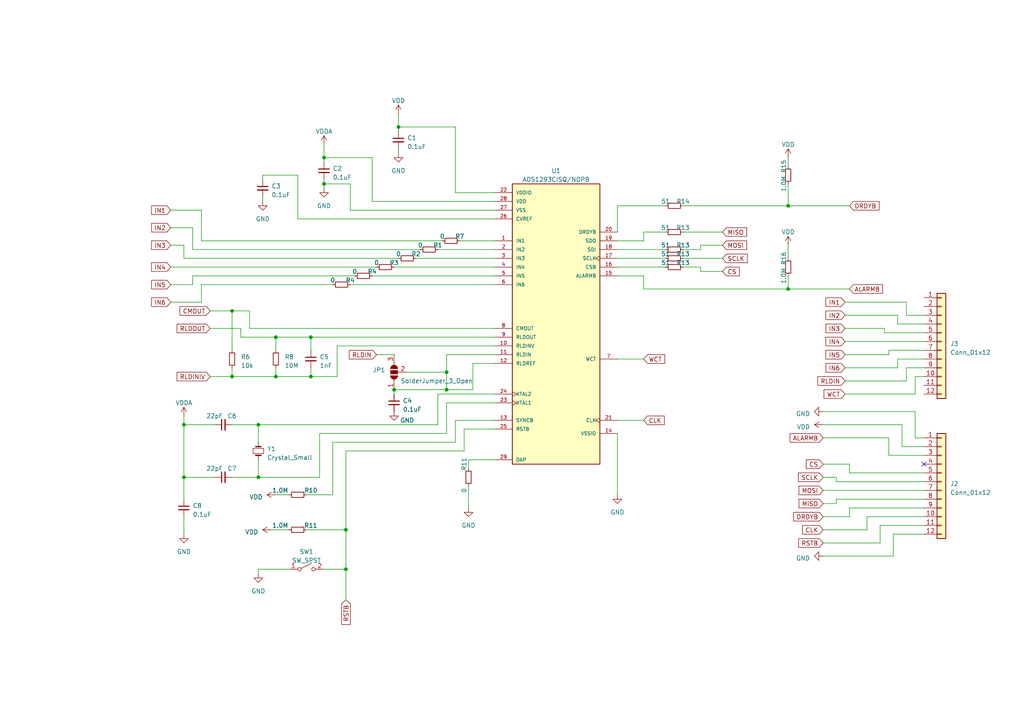
<source format=kicad_sch>
(kicad_sch (version 20230121) (generator eeschema)
  (paper "A4")
  (lib_symbols
    (symbol "ADS1293CISQ_NOPB:ADS1293CISQ{slash}NOPB" (pin_names (offset 1.016))
      (property "Reference" "U" (at -12.7 41.91 0))
      (property "Value" "ADS1293CISQ{slash}NOPB" (at -12.7 -41.91 0))
      (symbol "ADS1293CISQ{slash}NOPB_0_0"
        (rectangle (start -12.7 40.64) (end 12.7 -40.64) (stroke (width 0.254)) (fill (type background)))
        (pin input line (at -17.78 24.13 0) (length 5.08) (name "IN1") (number "1"))
        (pin input line (at -17.78 -6.35 0) (length 5.08) (name "RLDINV") (number "10"))
        (pin bidirectional line (at -17.78 -8.89 0) (length 5.08) (name "RLDIN") (number "11"))
        (pin output line (at -17.78 -11.43 0) (length 5.08) (name "RLDREF") (number "12"))
        (pin bidirectional line (at -17.78 -27.94 0) (length 5.08) (name "SYNCB") (number "13"))
        (pin power_in line (at 17.78 -31.75 180) (length 5.08) (name "VSSIO") (number "14"))
        (pin output line (at 17.78 13.97 180) (length 5.08) (name "ALARMB") (number "15"))
        (pin input line (at 17.78 16.51 180) (length 5.08) (name "CSB") (number "16"))
        (pin input clock (at 17.78 19.05 180) (length 5.08) (name "SCLK") (number "17"))
        (pin input line (at 17.78 21.59 180) (length 5.08) (name "SDI") (number "18"))
        (pin output line (at 17.78 24.13 180) (length 5.08) (name "SDO") (number "19"))
        (pin input line (at -17.78 21.59 0) (length 5.08) (name "IN2") (number "2"))
        (pin output line (at 17.78 26.67 180) (length 5.08) (name "DRDYB") (number "20"))
        (pin bidirectional clock (at 17.78 -27.94 180) (length 5.08) (name "CLK") (number "21"))
        (pin power_in line (at -17.78 38.1 0) (length 5.08) (name "VDDIO") (number "22"))
        (pin input clock (at -17.78 -22.86 0) (length 5.08) (name "XTAL1") (number "23"))
        (pin input clock (at -17.78 -20.32 0) (length 5.08) (name "XTAL2") (number "24"))
        (pin input line (at -17.78 -30.48 0) (length 5.08) (name "RSTB") (number "25"))
        (pin bidirectional line (at -17.78 30.48 0) (length 5.08) (name "CVREF") (number "26"))
        (pin power_in line (at -17.78 33.02 0) (length 5.08) (name "VSS") (number "27"))
        (pin power_in line (at -17.78 35.56 0) (length 5.08) (name "VDD") (number "28"))
        (pin input line (at -17.78 19.05 0) (length 5.08) (name "IN3") (number "3"))
        (pin input line (at -17.78 16.51 0) (length 5.08) (name "IN4") (number "4"))
        (pin input line (at -17.78 13.97 0) (length 5.08) (name "IN5") (number "5"))
        (pin input line (at -17.78 11.43 0) (length 5.08) (name "IN6") (number "6"))
        (pin output line (at 17.78 -10.16 180) (length 5.08) (name "WCT") (number "7"))
        (pin output line (at -17.78 -1.27 0) (length 5.08) (name "CMOUT") (number "8"))
        (pin output line (at -17.78 -3.81 0) (length 5.08) (name "RLDOUT") (number "9"))
      )
      (symbol "ADS1293CISQ{slash}NOPB_1_0"
        (pin power_in line (at -17.78 -39.37 0) (length 5.08) (name "DAP") (number "29"))
      )
    )
    (symbol "Connector_Generic:Conn_01x12" (pin_names (offset 1.016) hide)
      (property "Reference" "J" (at 0 15.24 0))
      (property "Value" "Conn_01x12" (at 0 -17.78 0))
      (symbol "Conn_01x12_1_1"
        (rectangle (start -1.27 -15.113) (end 0 -15.367) (stroke (width 0.1524)))
        (rectangle (start -1.27 -12.573) (end 0 -12.827) (stroke (width 0.1524)))
        (rectangle (start -1.27 -10.033) (end 0 -10.287) (stroke (width 0.1524)))
        (rectangle (start -1.27 -7.493) (end 0 -7.747) (stroke (width 0.1524)))
        (rectangle (start -1.27 -4.953) (end 0 -5.207) (stroke (width 0.1524)))
        (rectangle (start -1.27 -2.413) (end 0 -2.667) (stroke (width 0.1524)))
        (rectangle (start -1.27 0.127) (end 0 -0.127) (stroke (width 0.1524)))
        (rectangle (start -1.27 2.667) (end 0 2.413) (stroke (width 0.1524)))
        (rectangle (start -1.27 5.207) (end 0 4.953) (stroke (width 0.1524)))
        (rectangle (start -1.27 7.747) (end 0 7.493) (stroke (width 0.1524)))
        (rectangle (start -1.27 10.287) (end 0 10.033) (stroke (width 0.1524)))
        (rectangle (start -1.27 12.827) (end 0 12.573) (stroke (width 0.1524)))
        (rectangle (start -1.27 13.97) (end 1.27 -16.51) (stroke (width 0.254)) (fill (type background)))
        (pin passive line (at -5.08 12.7 0) (length 3.81) (name "Pin_1") (number "1"))
        (pin passive line (at -5.08 -10.16 0) (length 3.81) (name "Pin_10") (number "10"))
        (pin passive line (at -5.08 -12.7 0) (length 3.81) (name "Pin_11") (number "11"))
        (pin passive line (at -5.08 -15.24 0) (length 3.81) (name "Pin_12") (number "12"))
        (pin passive line (at -5.08 10.16 0) (length 3.81) (name "Pin_2") (number "2"))
        (pin passive line (at -5.08 7.62 0) (length 3.81) (name "Pin_3") (number "3"))
        (pin passive line (at -5.08 5.08 0) (length 3.81) (name "Pin_4") (number "4"))
        (pin passive line (at -5.08 2.54 0) (length 3.81) (name "Pin_5") (number "5"))
        (pin passive line (at -5.08 0 0) (length 3.81) (name "Pin_6") (number "6"))
        (pin passive line (at -5.08 -2.54 0) (length 3.81) (name "Pin_7") (number "7"))
        (pin passive line (at -5.08 -5.08 0) (length 3.81) (name "Pin_8") (number "8"))
        (pin passive line (at -5.08 -7.62 0) (length 3.81) (name "Pin_9") (number "9"))
      )
    )
    (symbol "Device:C_Small" (pin_numbers hide) (pin_names (offset 0.254) hide)
      (property "Reference" "C" (at 0.254 1.778 0))
      (property "Value" "C_Small" (at 0.254 -2.032 0))
      (symbol "C_Small_0_1"
        (polyline (pts (xy -1.524 -0.508) (xy 1.524 -0.508)) (stroke (width 0.3302)))
        (polyline (pts (xy -1.524 0.508) (xy 1.524 0.508)) (stroke (width 0.3048)))
      )
      (symbol "C_Small_1_1"
        (pin passive line (at 0 2.54 270) (length 2.032) (name "~") (number "1"))
        (pin passive line (at 0 -2.54 90) (length 2.032) (name "~") (number "2"))
      )
    )
    (symbol "Device:Crystal_Small" (pin_numbers hide) (pin_names (offset 1.016) hide)
      (property "Reference" "Y" (at 0 2.54 0))
      (property "Value" "Crystal_Small" (at 0 -2.54 0))
      (symbol "Crystal_Small_0_1"
        (rectangle (start -0.762 -1.524) (end 0.762 1.524))
        (polyline (pts (xy -1.27 -0.762) (xy -1.27 0.762)) (stroke (width 0.381)))
        (polyline (pts (xy 1.27 -0.762) (xy 1.27 0.762)) (stroke (width 0.381)))
      )
      (symbol "Crystal_Small_1_1"
        (pin passive line (at -2.54 0 0) (length 1.27) (name "1") (number "1"))
        (pin passive line (at 2.54 0 180) (length 1.27) (name "2") (number "2"))
      )
    )
    (symbol "Device:R_Small" (pin_numbers hide) (pin_names (offset 0.254) hide)
      (property "Reference" "R" (at 0.762 0.508 0))
      (property "Value" "R_Small" (at 0.762 -1.016 0))
      (symbol "R_Small_0_1"
        (rectangle (start -0.762 1.778) (end 0.762 -1.778) (stroke (width 0.2032)))
      )
      (symbol "R_Small_1_1"
        (pin passive line (at 0 2.54 270) (length 0.762) (name "~") (number "1"))
        (pin passive line (at 0 -2.54 90) (length 0.762) (name "~") (number "2"))
      )
    )
    (symbol "Jumper:SolderJumper_3_Open" (pin_names (offset 0) hide)
      (property "Reference" "JP" (at -2.54 -2.54 0))
      (property "Value" "SolderJumper_3_Open" (at 0 2.794 0))
      (symbol "SolderJumper_3_Open_0_1"
        (arc (start -1.016 1.016) (mid -2.0276 0) (end -1.016 -1.016))
        (arc (start -1.016 1.016) (mid -2.0276 0) (end -1.016 -1.016) (fill (type outline)))
        (rectangle (start -0.508 1.016) (end 0.508 -1.016) (fill (type outline)))
        (polyline (pts (xy -2.54 0) (xy -2.032 0)))
        (polyline (pts (xy -1.016 1.016) (xy -1.016 -1.016)))
        (polyline (pts (xy 0 -1.27) (xy 0 -1.016)))
        (polyline (pts (xy 1.016 1.016) (xy 1.016 -1.016)))
        (polyline (pts (xy 2.54 0) (xy 2.032 0)))
        (arc (start 1.016 -1.016) (mid 2.0276 0) (end 1.016 1.016))
        (arc (start 1.016 -1.016) (mid 2.0276 0) (end 1.016 1.016) (fill (type outline)))
      )
      (symbol "SolderJumper_3_Open_1_1"
        (pin passive line (at -5.08 0 0) (length 2.54) (name "A") (number "1"))
        (pin passive line (at 0 -3.81 90) (length 2.54) (name "C") (number "2"))
        (pin passive line (at 5.08 0 180) (length 2.54) (name "B") (number "3"))
      )
    )
    (symbol "Switch:SW_SPST" (pin_names (offset 0) hide)
      (property "Reference" "SW" (at 0 3.175 0))
      (property "Value" "SW_SPST" (at 0 -2.54 0))
      (symbol "SW_SPST_0_0"
        (circle (center -2.032 0) (radius 0.508))
        (polyline (pts (xy -1.524 0.254) (xy 1.524 1.778)))
        (circle (center 2.032 0) (radius 0.508))
      )
      (symbol "SW_SPST_1_1"
        (pin passive line (at -5.08 0 0) (length 2.54) (name "A") (number "1"))
        (pin passive line (at 5.08 0 180) (length 2.54) (name "B") (number "2"))
      )
    )
    (symbol "power:GND" (power) (pin_names (offset 0))
      (property "Value" "GND" (at 0 -3.81 0))
      (symbol "GND_0_1"
        (polyline (pts (xy 0 0) (xy 0 -1.27) (xy 1.27 -1.27) (xy 0 -2.54) (xy -1.27 -1.27) (xy 0 -1.27)))
      )
      (symbol "GND_1_1"
        (pin power_in line (at 0 0 270) (length 0) hide (name "GND") (number "1"))
      )
    )
    (symbol "power:VDD" (power) (pin_names (offset 0))
      (property "Value" "VDD" (at 0 3.81 0))
      (symbol "VDD_0_1"
        (polyline (pts (xy -0.762 1.27) (xy 0 2.54)))
        (polyline (pts (xy 0 0) (xy 0 2.54)))
        (polyline (pts (xy 0 2.54) (xy 0.762 1.27)))
      )
      (symbol "VDD_1_1"
        (pin power_in line (at 0 0 90) (length 0) hide (name "VDD") (number "1"))
      )
    )
    (symbol "power:VDDA" (power) (pin_names (offset 0))
      (property "Value" "VDDA" (at 0 3.81 0))
      (symbol "VDDA_0_1"
        (polyline (pts (xy -0.762 1.27) (xy 0 2.54)))
        (polyline (pts (xy 0 0) (xy 0 2.54)))
        (polyline (pts (xy 0 2.54) (xy 0.762 1.27)))
      )
      (symbol "VDDA_1_1"
        (pin power_in line (at 0 0 90) (length 0) hide (name "VDDA") (number "1"))
      )
    )
  )
  (junction (at 67.31 109.22))
  (junction (at 67.31 90.17))
  (junction (at 93.98 53.34))
  (junction (at 90.17 109.22))
  (junction (at 53.34 138.43))
  (junction (at 90.17 97.79))
  (junction (at 115.57 36.83))
  (junction (at 100.33 165.1))
  (junction (at 80.01 109.22))
  (junction (at 228.6 83.82))
  (junction (at 129.54 113.03))
  (junction (at 53.34 123.19))
  (junction (at 93.98 45.72))
  (junction (at 114.3 113.03))
  (junction (at 80.01 97.79))
  (junction (at 228.6 59.69))
  (junction (at 100.33 153.67))
  (junction (at 129.54 107.95))
  (junction (at 74.93 138.43))
  (junction (at 74.93 123.19))
  (no_connect (at 267.97 134.62))
  (wire (pts (xy 262.89 106.68) (xy 262.89 110.49)))
  (wire (pts (xy 58.42 60.96) (xy 58.42 69.85)))
  (wire (pts (xy 186.69 67.31) (xy 193.04 67.31)))
  (wire (pts (xy 198.12 67.31) (xy 209.55 67.31)))
  (wire (pts (xy 238.76 157.48) (xy 255.27 157.48)))
  (wire (pts (xy 100.33 130.81) (xy 134.62 130.81)))
  (wire (pts (xy 118.11 107.95) (xy 129.54 107.95)))
  (wire (pts (xy 120.65 74.93) (xy 143.51 74.93)))
  (wire (pts (xy 257.81 127) (xy 257.81 132.08)))
  (wire (pts (xy 198.12 74.93) (xy 209.55 74.93)))
  (wire (pts (xy 265.43 109.22) (xy 267.97 109.22)))
  (wire (pts (xy 261.62 129.54) (xy 267.97 129.54)))
  (wire (pts (xy 72.39 95.25) (xy 143.51 95.25)))
  (wire (pts (xy 246.38 134.62) (xy 246.38 137.16)))
  (wire (pts (xy 203.2 77.47) (xy 203.2 78.74)))
  (wire (pts (xy 100.33 153.67) (xy 100.33 165.1)))
  (wire (pts (xy 92.71 138.43) (xy 74.93 138.43)))
  (wire (pts (xy 242.57 138.43) (xy 242.57 139.7)))
  (wire (pts (xy 74.93 166.37) (xy 74.93 165.1)))
  (wire (pts (xy 115.57 43.18) (xy 115.57 44.45)))
  (wire (pts (xy 143.51 114.3) (xy 127 114.3)))
  (wire (pts (xy 88.9 153.67) (xy 100.33 153.67)))
  (wire (pts (xy 245.11 91.44) (xy 260.35 91.44)))
  (wire (pts (xy 114.3 114.3) (xy 114.3 113.03)))
  (wire (pts (xy 228.6 53.34) (xy 228.6 59.69)))
  (wire (pts (xy 251.46 149.86) (xy 267.97 149.86)))
  (wire (pts (xy 143.51 97.79) (xy 90.17 97.79)))
  (wire (pts (xy 101.6 82.55) (xy 143.51 82.55)))
  (wire (pts (xy 186.69 80.01) (xy 186.69 83.82)))
  (wire (pts (xy 129.54 116.84) (xy 129.54 125.73)))
  (wire (pts (xy 49.53 71.12) (xy 53.34 71.12)))
  (wire (pts (xy 76.2 57.15) (xy 76.2 58.42)))
  (wire (pts (xy 67.31 106.68) (xy 67.31 109.22)))
  (wire (pts (xy 242.57 139.7) (xy 267.97 139.7)))
  (wire (pts (xy 97.79 109.22) (xy 97.79 100.33)))
  (wire (pts (xy 60.96 109.22) (xy 67.31 109.22)))
  (wire (pts (xy 129.54 107.95) (xy 129.54 113.03)))
  (wire (pts (xy 90.17 97.79) (xy 80.01 97.79)))
  (wire (pts (xy 53.34 138.43) (xy 53.34 144.78)))
  (wire (pts (xy 93.98 41.91) (xy 93.98 45.72)))
  (wire (pts (xy 49.53 82.55) (xy 55.88 82.55)))
  (wire (pts (xy 143.51 55.88) (xy 132.08 55.88)))
  (wire (pts (xy 107.95 58.42) (xy 107.95 45.72)))
  (wire (pts (xy 67.31 123.19) (xy 74.93 123.19)))
  (wire (pts (xy 58.42 69.85) (xy 128.27 69.85)))
  (wire (pts (xy 245.11 106.68) (xy 260.35 106.68)))
  (wire (pts (xy 265.43 127) (xy 267.97 127)))
  (wire (pts (xy 62.23 123.19) (xy 53.34 123.19)))
  (wire (pts (xy 60.96 90.17) (xy 67.31 90.17)))
  (wire (pts (xy 67.31 90.17) (xy 67.31 101.6)))
  (wire (pts (xy 242.57 146.05) (xy 242.57 144.78)))
  (wire (pts (xy 137.16 113.03) (xy 129.54 113.03)))
  (wire (pts (xy 203.2 72.39) (xy 203.2 71.12)))
  (wire (pts (xy 80.01 109.22) (xy 90.17 109.22)))
  (wire (pts (xy 262.89 91.44) (xy 267.97 91.44)))
  (wire (pts (xy 143.51 105.41) (xy 137.16 105.41)))
  (wire (pts (xy 228.6 83.82) (xy 246.38 83.82)))
  (wire (pts (xy 134.62 130.81) (xy 134.62 124.46)))
  (wire (pts (xy 228.6 71.12) (xy 228.6 74.93)))
  (wire (pts (xy 135.89 133.35) (xy 143.51 133.35)))
  (wire (pts (xy 198.12 72.39) (xy 203.2 72.39)))
  (wire (pts (xy 179.07 80.01) (xy 186.69 80.01)))
  (wire (pts (xy 62.23 138.43) (xy 53.34 138.43)))
  (wire (pts (xy 109.22 102.87) (xy 114.3 102.87)))
  (wire (pts (xy 228.6 59.69) (xy 246.38 59.69)))
  (wire (pts (xy 238.76 146.05) (xy 242.57 146.05)))
  (wire (pts (xy 114.3 77.47) (xy 143.51 77.47)))
  (wire (pts (xy 127 72.39) (xy 143.51 72.39)))
  (wire (pts (xy 132.08 121.92) (xy 143.51 121.92)))
  (wire (pts (xy 246.38 137.16) (xy 267.97 137.16)))
  (wire (pts (xy 96.52 143.51) (xy 96.52 128.27)))
  (wire (pts (xy 135.89 140.97) (xy 135.89 147.32)))
  (wire (pts (xy 203.2 71.12) (xy 209.55 71.12)))
  (wire (pts (xy 259.08 154.94) (xy 267.97 154.94)))
  (wire (pts (xy 74.93 165.1) (xy 83.82 165.1)))
  (wire (pts (xy 257.81 132.08) (xy 267.97 132.08)))
  (wire (pts (xy 80.01 106.68) (xy 80.01 109.22)))
  (wire (pts (xy 265.43 119.38) (xy 265.43 127)))
  (wire (pts (xy 92.71 125.73) (xy 92.71 138.43)))
  (wire (pts (xy 80.01 97.79) (xy 80.01 101.6)))
  (wire (pts (xy 53.34 120.65) (xy 53.34 123.19)))
  (wire (pts (xy 179.07 69.85) (xy 186.69 69.85)))
  (wire (pts (xy 127 123.19) (xy 74.93 123.19)))
  (wire (pts (xy 115.57 36.83) (xy 115.57 38.1)))
  (wire (pts (xy 135.89 135.89) (xy 135.89 133.35)))
  (wire (pts (xy 53.34 149.86) (xy 53.34 154.94)))
  (wire (pts (xy 137.16 105.41) (xy 137.16 113.03)))
  (wire (pts (xy 179.07 125.73) (xy 179.07 143.51)))
  (wire (pts (xy 245.11 95.25) (xy 256.54 95.25)))
  (wire (pts (xy 69.85 95.25) (xy 60.96 95.25)))
  (wire (pts (xy 260.35 91.44) (xy 260.35 93.98)))
  (wire (pts (xy 55.88 82.55) (xy 55.88 80.01)))
  (wire (pts (xy 67.31 138.43) (xy 74.93 138.43)))
  (wire (pts (xy 186.69 83.82) (xy 228.6 83.82)))
  (wire (pts (xy 101.6 60.96) (xy 101.6 53.34)))
  (wire (pts (xy 58.42 82.55) (xy 96.52 82.55)))
  (wire (pts (xy 74.93 123.19) (xy 74.93 128.27)))
  (wire (pts (xy 129.54 107.95) (xy 129.54 102.87)))
  (wire (pts (xy 133.35 69.85) (xy 143.51 69.85)))
  (wire (pts (xy 238.76 149.86) (xy 246.38 149.86)))
  (wire (pts (xy 186.69 69.85) (xy 186.69 67.31)))
  (wire (pts (xy 101.6 53.34) (xy 93.98 53.34)))
  (wire (pts (xy 97.79 100.33) (xy 143.51 100.33)))
  (wire (pts (xy 242.57 144.78) (xy 267.97 144.78)))
  (wire (pts (xy 238.76 153.67) (xy 251.46 153.67)))
  (wire (pts (xy 246.38 149.86) (xy 246.38 147.32)))
  (wire (pts (xy 132.08 36.83) (xy 115.57 36.83)))
  (wire (pts (xy 238.76 161.29) (xy 259.08 161.29)))
  (wire (pts (xy 228.6 45.72) (xy 228.6 48.26)))
  (wire (pts (xy 129.54 125.73) (xy 92.71 125.73)))
  (wire (pts (xy 55.88 66.04) (xy 55.88 72.39)))
  (wire (pts (xy 265.43 114.3) (xy 265.43 109.22)))
  (wire (pts (xy 49.53 60.96) (xy 58.42 60.96)))
  (wire (pts (xy 100.33 165.1) (xy 100.33 173.99)))
  (wire (pts (xy 245.11 99.06) (xy 267.97 99.06)))
  (wire (pts (xy 245.11 114.3) (xy 265.43 114.3)))
  (wire (pts (xy 260.35 104.14) (xy 260.35 106.68)))
  (wire (pts (xy 238.76 119.38) (xy 265.43 119.38)))
  (wire (pts (xy 245.11 102.87) (xy 257.81 102.87)))
  (wire (pts (xy 255.27 152.4) (xy 267.97 152.4)))
  (wire (pts (xy 143.51 58.42) (xy 107.95 58.42)))
  (wire (pts (xy 260.35 93.98) (xy 267.97 93.98)))
  (wire (pts (xy 53.34 71.12) (xy 53.34 74.93)))
  (wire (pts (xy 53.34 123.19) (xy 53.34 138.43)))
  (wire (pts (xy 245.11 87.63) (xy 262.89 87.63)))
  (wire (pts (xy 55.88 80.01) (xy 102.87 80.01)))
  (wire (pts (xy 238.76 134.62) (xy 246.38 134.62)))
  (wire (pts (xy 129.54 102.87) (xy 143.51 102.87)))
  (wire (pts (xy 93.98 52.07) (xy 93.98 53.34)))
  (wire (pts (xy 72.39 95.25) (xy 72.39 90.17)))
  (wire (pts (xy 90.17 97.79) (xy 90.17 101.6)))
  (wire (pts (xy 238.76 138.43) (xy 242.57 138.43)))
  (wire (pts (xy 49.53 77.47) (xy 109.22 77.47)))
  (wire (pts (xy 67.31 90.17) (xy 72.39 90.17)))
  (wire (pts (xy 90.17 106.68) (xy 90.17 109.22)))
  (wire (pts (xy 238.76 127) (xy 257.81 127)))
  (wire (pts (xy 262.89 87.63) (xy 262.89 91.44)))
  (wire (pts (xy 262.89 106.68) (xy 267.97 106.68)))
  (wire (pts (xy 132.08 55.88) (xy 132.08 36.83)))
  (wire (pts (xy 179.07 67.31) (xy 179.07 59.69)))
  (wire (pts (xy 134.62 124.46) (xy 143.51 124.46)))
  (wire (pts (xy 78.74 153.67) (xy 83.82 153.67)))
  (wire (pts (xy 132.08 128.27) (xy 132.08 121.92)))
  (wire (pts (xy 245.11 110.49) (xy 262.89 110.49)))
  (wire (pts (xy 179.07 59.69) (xy 193.04 59.69)))
  (wire (pts (xy 203.2 78.74) (xy 209.55 78.74)))
  (wire (pts (xy 143.51 60.96) (xy 101.6 60.96)))
  (wire (pts (xy 76.2 50.8) (xy 76.2 52.07)))
  (wire (pts (xy 58.42 87.63) (xy 58.42 82.55)))
  (wire (pts (xy 261.62 123.19) (xy 261.62 129.54)))
  (wire (pts (xy 107.95 80.01) (xy 143.51 80.01)))
  (wire (pts (xy 257.81 101.6) (xy 267.97 101.6)))
  (wire (pts (xy 251.46 153.67) (xy 251.46 149.86)))
  (wire (pts (xy 86.36 63.5) (xy 86.36 50.8)))
  (wire (pts (xy 143.51 116.84) (xy 129.54 116.84)))
  (wire (pts (xy 49.53 66.04) (xy 55.88 66.04)))
  (wire (pts (xy 96.52 128.27) (xy 132.08 128.27)))
  (wire (pts (xy 55.88 72.39) (xy 121.92 72.39)))
  (wire (pts (xy 255.27 157.48) (xy 255.27 152.4)))
  (wire (pts (xy 129.54 113.03) (xy 114.3 113.03)))
  (wire (pts (xy 127 114.3) (xy 127 123.19)))
  (wire (pts (xy 93.98 45.72) (xy 93.98 46.99)))
  (wire (pts (xy 88.9 143.51) (xy 96.52 143.51)))
  (wire (pts (xy 76.2 50.8) (xy 86.36 50.8)))
  (wire (pts (xy 238.76 123.19) (xy 261.62 123.19)))
  (wire (pts (xy 107.95 45.72) (xy 93.98 45.72)))
  (wire (pts (xy 74.93 138.43) (xy 74.93 133.35)))
  (wire (pts (xy 257.81 102.87) (xy 257.81 101.6)))
  (wire (pts (xy 93.98 165.1) (xy 100.33 165.1)))
  (wire (pts (xy 228.6 80.01) (xy 228.6 83.82)))
  (wire (pts (xy 53.34 74.93) (xy 115.57 74.93)))
  (wire (pts (xy 179.07 72.39) (xy 193.04 72.39)))
  (wire (pts (xy 115.57 33.02) (xy 115.57 36.83)))
  (wire (pts (xy 179.07 74.93) (xy 193.04 74.93)))
  (wire (pts (xy 80.01 143.51) (xy 83.82 143.51)))
  (wire (pts (xy 143.51 63.5) (xy 86.36 63.5)))
  (wire (pts (xy 198.12 77.47) (xy 203.2 77.47)))
  (wire (pts (xy 100.33 153.67) (xy 100.33 130.81)))
  (wire (pts (xy 67.31 109.22) (xy 80.01 109.22)))
  (wire (pts (xy 179.07 77.47) (xy 193.04 77.47)))
  (wire (pts (xy 259.08 161.29) (xy 259.08 154.94)))
  (wire (pts (xy 179.07 121.92) (xy 186.69 121.92)))
  (wire (pts (xy 260.35 104.14) (xy 267.97 104.14)))
  (wire (pts (xy 246.38 147.32) (xy 267.97 147.32)))
  (wire (pts (xy 80.01 97.79) (xy 69.85 97.79)))
  (wire (pts (xy 256.54 96.52) (xy 267.97 96.52)))
  (wire (pts (xy 49.53 87.63) (xy 58.42 87.63)))
  (wire (pts (xy 238.76 142.24) (xy 267.97 142.24)))
  (wire (pts (xy 90.17 109.22) (xy 97.79 109.22)))
  (wire (pts (xy 256.54 95.25) (xy 256.54 96.52)))
  (wire (pts (xy 93.98 53.34) (xy 93.98 54.61)))
  (wire (pts (xy 69.85 97.79) (xy 69.85 95.25)))
  (wire (pts (xy 179.07 104.14) (xy 186.69 104.14)))
  (wire (pts (xy 228.6 59.69) (xy 198.12 59.69)))
  (global_label "CMOUT" (shape input) (at 60.96 90.17 180) (property "Intersheetrefs" "${INTERSHEET_REFS}" (effects hide)))
  (global_label "SCLK" (shape input) (at 238.76 138.43 180) (property "Intersheetrefs" "${INTERSHEET_REFS}" (effects hide)))
  (global_label "MOSI" (shape input) (at 238.76 142.24 180) (property "Intersheetrefs" "${INTERSHEET_REFS}" (effects hide)))
  (global_label "IN3" (shape input) (at 245.11 95.25 180) (property "Intersheetrefs" "${INTERSHEET_REFS}" (effects hide)))
  (global_label "IN4" (shape input) (at 49.53 77.47 180) (property "Intersheetrefs" "${INTERSHEET_REFS}" (effects hide)))
  (global_label "IN5" (shape input) (at 49.53 82.55 180) (property "Intersheetrefs" "${INTERSHEET_REFS}" (effects hide)))
  (global_label "MOSI" (shape input) (at 209.55 71.12 0) (property "Intersheetrefs" "${INTERSHEET_REFS}" (effects hide)))
  (global_label "IN6" (shape input) (at 49.53 87.63 180) (property "Intersheetrefs" "${INTERSHEET_REFS}" (effects hide)))
  (global_label "IN3" (shape input) (at 49.53 71.12 180) (property "Intersheetrefs" "${INTERSHEET_REFS}" (effects hide)))
  (global_label "IN5" (shape input) (at 245.11 102.87 180) (property "Intersheetrefs" "${INTERSHEET_REFS}" (effects hide)))
  (global_label "ALARMB" (shape input) (at 246.38 83.82 0) (property "Intersheetrefs" "${INTERSHEET_REFS}" (effects hide)))
  (global_label "CLK" (shape input) (at 186.69 121.92 0) (property "Intersheetrefs" "${INTERSHEET_REFS}" (effects hide)))
  (global_label "IN2" (shape input) (at 245.11 91.44 180) (property "Intersheetrefs" "${INTERSHEET_REFS}" (effects hide)))
  (global_label "RSTB" (shape input) (at 100.33 173.99 270) (property "Intersheetrefs" "${INTERSHEET_REFS}" (effects hide)))
  (global_label "IN4" (shape input) (at 245.11 99.06 180) (property "Intersheetrefs" "${INTERSHEET_REFS}" (effects hide)))
  (global_label "SCLK" (shape input) (at 209.55 74.93 0) (property "Intersheetrefs" "${INTERSHEET_REFS}" (effects hide)))
  (global_label "IN6" (shape input) (at 245.11 106.68 180) (property "Intersheetrefs" "${INTERSHEET_REFS}" (effects hide)))
  (global_label "CS" (shape input) (at 238.76 134.62 180) (property "Intersheetrefs" "${INTERSHEET_REFS}" (effects hide)))
  (global_label "WCT" (shape input) (at 186.69 104.14 0) (property "Intersheetrefs" "${INTERSHEET_REFS}" (effects hide)))
  (global_label "ALARMB" (shape input) (at 238.76 127 180) (property "Intersheetrefs" "${INTERSHEET_REFS}" (effects hide)))
  (global_label "IN2" (shape input) (at 49.53 66.04 180) (property "Intersheetrefs" "${INTERSHEET_REFS}" (effects hide)))
  (global_label "RLDOUT" (shape input) (at 60.96 95.25 180) (property "Intersheetrefs" "${INTERSHEET_REFS}" (effects hide)))
  (global_label "IN1" (shape input) (at 245.11 87.63 180) (property "Intersheetrefs" "${INTERSHEET_REFS}" (effects hide)))
  (global_label "CS" (shape input) (at 209.55 78.74 0) (property "Intersheetrefs" "${INTERSHEET_REFS}" (effects hide)))
  (global_label "DRDYB" (shape input) (at 238.76 149.86 180) (property "Intersheetrefs" "${INTERSHEET_REFS}" (effects hide)))
  (global_label "IN1" (shape input) (at 49.53 60.96 180) (property "Intersheetrefs" "${INTERSHEET_REFS}" (effects hide)))
  (global_label "WCT" (shape input) (at 245.11 114.3 180) (property "Intersheetrefs" "${INTERSHEET_REFS}" (effects hide)))
  (global_label "RLDINIV" (shape input) (at 60.96 109.22 180) (property "Intersheetrefs" "${INTERSHEET_REFS}" (effects hide)))
  (global_label "RSTB" (shape input) (at 238.76 157.48 180) (property "Intersheetrefs" "${INTERSHEET_REFS}" (effects hide)))
  (global_label "DRDYB" (shape input) (at 246.38 59.69 0) (property "Intersheetrefs" "${INTERSHEET_REFS}" (effects hide)))
  (global_label "MISO" (shape input) (at 238.76 146.05 180) (property "Intersheetrefs" "${INTERSHEET_REFS}" (effects hide)))
  (global_label "MISO" (shape input) (at 209.55 67.31 0) (property "Intersheetrefs" "${INTERSHEET_REFS}" (effects hide)))
  (global_label "RLDIN" (shape input) (at 109.22 102.87 180) (property "Intersheetrefs" "${INTERSHEET_REFS}" (effects hide)))
  (global_label "CLK" (shape input) (at 238.76 153.67 180) (property "Intersheetrefs" "${INTERSHEET_REFS}" (effects hide)))
  (global_label "RLDIN" (shape input) (at 245.11 110.49 180) (property "Intersheetrefs" "${INTERSHEET_REFS}" (effects hide)))
  (symbol (lib_id "Device:C_Small") (at 114.3 116.84 0) (unit 1)
    (property "Reference" "C4" (at 116.84 116.2113 0) (effects (justify left)))
    (property "Value" "0.1uF" (at 116.84 118.7513 0) (effects (justify left)))
    (property "Footprint" "Capacitor_SMD:C_0603_1608Metric" (effects hide))
    (instances (project "AFE_03" (path "" (reference "C4") (unit 1)) (path "" (reference "C16") (unit 1))))
  )
  (symbol (lib_id "Device:R_Small") (at 228.6 77.47 180) (unit 1)
    (property "Reference" "R16" (at 227.33 74.93 90))
    (property "Value" "1.0M" (at 227.33 80.01 90))
    (property "Footprint" "Resistor_SMD:R_0402_1005Metric" (effects hide))
    (instances (project "AFE_03" (path "" (reference "R16") (unit 1)) (path "" (reference "R28") (unit 1))))
  )
  (symbol (lib_id "Device:C_Small") (at 90.17 104.14 0) (unit 1)
    (property "Reference" "C5" (at 92.71 103.5113 0) (effects (justify left)))
    (property "Value" "1nF" (at 92.71 106.0513 0) (effects (justify left)))
    (property "Footprint" "Capacitor_SMD:C_0603_1608Metric" (effects hide))
    (instances (project "AFE_03" (path "" (reference "C5") (unit 1)) (path "" (reference "C13") (unit 1))))
  )
  (symbol (lib_id "power:VDDA") (at 93.98 41.91 0) (unit 1)
    (property "Reference" "#PWR05" (effects hide))
    (property "Value" "VDDA" (at 93.98 38.1 0))
  )
  (symbol (lib_id "Device:R_Small") (at 195.58 74.93 90) (unit 1)
    (property "Reference" "R13" (at 198.12 73.66 90))
    (property "Value" "51" (at 193.04 73.66 90))
    (property "Footprint" "Resistor_SMD:R_0402_1005Metric" (effects hide))
    (instances (project "AFE_03" (path "" (reference "R13") (unit 1)) (path "" (reference "R6") (unit 1))))
  )
  (symbol (lib_id "Device:R_Small") (at 86.36 153.67 90) (unit 1)
    (property "Reference" "R11" (at 90.17 152.4 90))
    (property "Value" "1.0M" (at 81.28 152.4 90))
    (property "Footprint" "Resistor_SMD:R_0402_1005Metric" (effects hide))
    (instances (project "AFE_03" (path "" (reference "R11") (unit 1)) (path "" (reference "R18") (unit 1))))
  )
  (symbol (lib_id "Device:R_Small") (at 67.31 104.14 0) (unit 1)
    (property "Reference" "R6" (at 69.85 103.505 0) (effects (justify left)))
    (property "Value" "10k" (at 69.85 106.045 0) (effects (justify left)))
    (property "Footprint" "Resistor_SMD:R_0402_1005Metric" (effects hide))
    (instances (project "AFE_03" (path "" (reference "R6") (unit 1)) (path "" (reference "R5") (unit 1))))
  )
  (symbol (lib_id "Device:R_Small") (at 86.36 143.51 90) (unit 1)
    (property "Reference" "R10" (at 90.17 142.24 90))
    (property "Value" "1.0M" (at 81.28 142.24 90))
    (property "Footprint" "Resistor_SMD:R_0402_1005Metric" (effects hide))
    (instances (project "AFE_03" (path "" (reference "R10") (unit 1)) (path "" (reference "R17") (unit 1))))
  )
  (symbol (lib_id "Device:R_Small") (at 195.58 59.69 90) (unit 1)
    (property "Reference" "R14" (at 198.12 58.42 90))
    (property "Value" "51" (at 193.04 58.42 90))
    (property "Footprint" "Resistor_SMD:R_0402_1005Metric" (effects hide))
    (instances (project "AFE_03" (path "" (reference "R14") (unit 1)) (path "" (reference "R25") (unit 1))))
  )
  (symbol (lib_id "Device:R_Small") (at 130.81 69.85 90) (unit 1)
    (property "Reference" "R7" (at 133.35 68.58 90))
    (property "Value" "0" (at 128.27 68.58 90))
    (property "Footprint" "Resistor_SMD:R_0402_1005Metric" (effects hide))
    (instances (project "AFE_03" (path "" (reference "R7") (unit 1)) (path "" (reference "R23") (unit 1))))
  )
  (symbol (lib_id "Device:Crystal_Small") (at 74.93 130.81 90) (unit 1)
    (property "Reference" "Y1" (at 77.47 130.175 90) (effects (justify right)))
    (property "Value" "Crystal_Small" (at 77.47 132.715 90) (effects (justify right)))
    (property "Footprint" "Crystal:Crystal_SMD_HC49-SD" (effects hide))
    (instances (project "AFE_03" (path "" (reference "Y1") (unit 1)) (path "" (reference "Y2") (unit 1))))
  )
  (symbol (lib_id "Device:R_Small") (at 228.6 50.8 180) (unit 1)
    (property "Reference" "R15" (at 227.33 48.26 90))
    (property "Value" "1.0M" (at 227.33 53.34 90))
    (property "Footprint" "Resistor_SMD:R_0402_1005Metric" (effects hide))
    (instances (project "AFE_03" (path "" (reference "R15") (unit 1)) (path "" (reference "R27") (unit 1))))
  )
  (symbol (lib_id "Switch:SW_SPST") (at 88.9 165.1 0) (unit 1)
    (property "Reference" "SW1" (at 88.9 160.02 0))
    (property "Value" "SW_SPST" (at 88.9 162.56 0))
    (property "Footprint" "Button_Switch_SMD:SW_Push_1P1T_NO_6x6mm_H9.5mm" (effects hide))
    (instances (project "AFE_03" (path "" (reference "SW1") (unit 1)) (path "" (reference "SW2") (unit 1))))
  )
  (symbol (lib_id "power:VDD") (at 238.76 123.19 90) (unit 1)
    (property "Reference" "#PWR010" (effects hide))
    (property "Value" "VDD" (at 234.95 123.825 90) (effects (justify left)))
  )
  (symbol (lib_id "power:VDD") (at 80.01 143.51 90) (unit 1)
    (property "Reference" "#PWR012" (effects hide))
    (property "Value" "VDD" (at 76.2 144.145 90) (effects (justify left)))
    (instances (project "AFE_03" (path "" (reference "#PWR012") (unit 1)) (path "" (reference "#PWR023") (unit 1))))
  )
  (symbol (lib_id "Device:R_Small") (at 195.58 67.31 90) (unit 1)
    (property "Reference" "R13" (at 198.12 66.04 90))
    (property "Value" "51" (at 193.04 66.04 90))
    (property "Footprint" "Resistor_SMD:R_0402_1005Metric" (effects hide))
    (instances (project "AFE_03" (path "" (reference "R13") (unit 1)) (path "" (reference "R26") (unit 1))))
  )
  (symbol (lib_id "power:VDDA") (at 53.34 120.65 0) (unit 1)
    (property "Reference" "#PWR014" (effects hide))
    (property "Value" "VDDA" (at 53.34 116.84 0))
  )
  (symbol (lib_id "Device:C_Small") (at 53.34 147.32 0) (unit 1)
    (property "Reference" "C8" (at 55.88 146.6913 0) (effects (justify left)))
    (property "Value" "0.1uF" (at 55.88 149.2313 0) (effects (justify left)))
    (property "Footprint" "Capacitor_SMD:C_0402_1005Metric_Pad0.74x0.62mm_HandSolder" (effects hide))
    (instances (project "AFE_03" (path "" (reference "C8") (unit 1)) (path "" (reference "C9") (unit 1))))
  )
  (symbol (lib_id "Device:C_Small") (at 76.2 54.61 0) (unit 1)
    (property "Reference" "C3" (at 78.74 53.9813 0) (effects (justify left)))
    (property "Value" "0.1uF" (at 78.74 56.5213 0) (effects (justify left)))
    (property "Footprint" "Capacitor_SMD:C_0402_1005Metric" (effects hide))
    (instances (project "AFE_03" (path "" (reference "C3") (unit 1)) (path "" (reference "C12") (unit 1))))
  )
  (symbol (lib_id "power:VDD") (at 78.74 153.67 90) (unit 1)
    (property "Reference" "#PWR013" (effects hide))
    (property "Value" "VDD" (at 74.93 154.305 90) (effects (justify left)))
    (instances (project "AFE_03" (path "" (reference "#PWR013") (unit 1)) (path "" (reference "#PWR022") (unit 1))))
  )
  (symbol (lib_id "ADS1293CISQ_NOPB:ADS1293CISQ{slash}NOPB") (at 161.29 93.98 0) (unit 1)
    (property "Reference" "U1" (at 161.29 49.53 0))
    (property "Value" "ADS1293CISQ/NOPB" (at 161.29 52.07 0))
    (property "Footprint" "ADS1293CISQ_NOPB:QFN50P500X500X80-29N" (effects hide))
    (property "STANDARD" "IPC-7351B" (effects hide))
    (property "MANUFACTURER" "Texas Instruments" (effects hide))
    (property "MAXIMUM_PACKAGE_HEIGHT" "0.80mm" (effects hide))
    (property "PARTREV" "4207381/B 10/13" (effects hide))
    (instances (project "AFE_03" (path "" (reference "U1") (unit 1)) (path "" (reference "U2") (unit 1))))
  )
  (symbol (lib_id "Connector_Generic:Conn_01x12") (at 273.05 99.06 0) (unit 1)
    (property "Reference" "J3" (at 275.59 99.695 0) (effects (justify left)))
    (property "Value" "Conn_01x12" (at 275.59 102.235 0) (effects (justify left)))
    (property "Footprint" "Connector_PinHeader_2.54mm:PinHeader_1x12_P2.54mm_Vertical" (effects hide))
  )
  (symbol (lib_id "power:GND") (at 53.34 154.94 0) (unit 1)
    (property "Reference" "#PWR09" (effects hide))
    (property "Value" "GND" (at 53.34 160.02 0))
    (instances (project "AFE_03" (path "" (reference "#PWR09") (unit 1)) (path "" (reference "#PWR018") (unit 1))))
  )
  (symbol (lib_id "power:GND") (at 93.98 54.61 0) (unit 1)
    (property "Reference" "#PWR04" (effects hide))
    (property "Value" "GND" (at 93.98 59.69 0))
    (instances (project "AFE_03" (path "" (reference "#PWR04") (unit 1)) (path "" (reference "#PWR025") (unit 1))))
  )
  (symbol (lib_id "Device:R_Small") (at 99.06 82.55 90) (unit 1)
    (property "Reference" "R4" (at 101.6 81.28 90))
    (property "Value" "0" (at 96.52 81.28 90))
    (property "Footprint" "Resistor_SMD:R_0402_1005Metric" (effects hide))
    (instances (project "AFE_03" (path "" (reference "R4") (unit 1)) (path "" (reference "R8") (unit 1))))
  )
  (symbol (lib_id "Device:R_Small") (at 111.76 77.47 90) (unit 1)
    (property "Reference" "R3" (at 114.3 76.2 90))
    (property "Value" "0" (at 109.22 76.2 90))
    (property "Footprint" "Resistor_SMD:R_0402_1005Metric" (effects hide))
    (instances (project "AFE_03" (path "" (reference "R3") (unit 1)) (path "" (reference "R20") (unit 1))))
  )
  (symbol (lib_id "power:VDD") (at 228.6 71.12 0) (unit 1)
    (property "Reference" "#PWR016" (effects hide))
    (property "Value" "VDD" (at 228.6 67.31 0))
    (instances (project "AFE_03" (path "" (reference "#PWR016") (unit 1)) (path "" (reference "#PWR032") (unit 1))))
  )
  (symbol (lib_id "Device:R_Small") (at 80.01 104.14 0) (unit 1)
    (property "Reference" "R8" (at 82.55 103.505 0) (effects (justify left)))
    (property "Value" "10M" (at 82.55 106.045 0) (effects (justify left)))
    (property "Footprint" "Resistor_SMD:R_0402_1005Metric" (effects hide))
    (instances (project "AFE_03" (path "" (reference "R8") (unit 1)) (path "" (reference "R9") (unit 1))))
  )
  (symbol (lib_id "power:VDD") (at 228.6 45.72 0) (unit 1)
    (property "Reference" "#PWR015" (effects hide))
    (property "Value" "VDD" (at 228.6 41.91 0))
    (instances (project "AFE_03" (path "" (reference "#PWR015") (unit 1)) (path "" (reference "#PWR031") (unit 1))))
  )
  (symbol (lib_id "power:GND") (at 115.57 44.45 0) (unit 1)
    (property "Reference" "#PWR02" (effects hide))
    (property "Value" "GND" (at 115.57 49.53 0))
    (instances (project "AFE_03" (path "" (reference "#PWR02") (unit 1)) (path "" (reference "#PWR027") (unit 1))))
  )
  (symbol (lib_id "Device:R_Small") (at 118.11 74.93 90) (unit 1)
    (property "Reference" "R2" (at 120.65 73.66 90))
    (property "Value" "0" (at 115.57 73.66 90))
    (property "Footprint" "Resistor_SMD:R_0402_1005Metric" (effects hide))
    (instances (project "AFE_03" (path "" (reference "R2") (unit 1)) (path "" (reference "R21") (unit 1))))
  )
  (symbol (lib_id "power:GND") (at 179.07 143.51 0) (unit 1)
    (property "Reference" "#PWR014" (effects hide))
    (property "Value" "GND" (at 179.07 148.59 0))
    (instances (project "AFE_03" (path "" (reference "#PWR014") (unit 1)) (path "" (reference "#PWR030") (unit 1))))
  )
  (symbol (lib_id "Device:C_Small") (at 93.98 49.53 0) (unit 1)
    (property "Reference" "C2" (at 96.52 48.9013 0) (effects (justify left)))
    (property "Value" "0.1uF" (at 96.52 51.4413 0) (effects (justify left)))
    (property "Footprint" "Capacitor_SMD:C_0402_1005Metric" (effects hide))
    (instances (project "AFE_03" (path "" (reference "C2") (unit 1)) (path "" (reference "C14") (unit 1))))
  )
  (symbol (lib_id "Connector_Generic:Conn_01x12") (at 273.05 139.7 0) (unit 1)
    (property "Reference" "J2" (at 275.59 140.335 0) (effects (justify left)))
    (property "Value" "Conn_01x12" (at 275.59 142.875 0) (effects (justify left)))
    (property "Footprint" "Connector_PinHeader_2.54mm:PinHeader_1x12_P2.54mm_Vertical" (effects hide))
  )
  (symbol (lib_id "power:GND") (at 74.93 166.37 0) (unit 1)
    (property "Reference" "#PWR010" (effects hide))
    (property "Value" "GND" (at 74.93 171.45 0))
    (instances (project "AFE_03" (path "" (reference "#PWR010") (unit 1)) (path "" (reference "#PWR019") (unit 1))))
  )
  (symbol (lib_id "Device:C_Small") (at 64.77 138.43 90) (unit 1)
    (property "Reference" "C7" (at 67.31 135.89 90))
    (property "Value" "22pF" (at 62.23 135.89 90))
    (property "Footprint" "Capacitor_SMD:C_0402_1005Metric" (effects hide))
    (instances (project "AFE_03" (path "" (reference "C7") (unit 1)) (path "" (reference "C11") (unit 1))))
  )
  (symbol (lib_id "Device:C_Small") (at 115.57 40.64 0) (unit 1)
    (property "Reference" "C1" (at 118.11 40.0113 0) (effects (justify left)))
    (property "Value" "0.1uF" (at 118.11 42.5513 0) (effects (justify left)))
    (property "Footprint" "Capacitor_SMD:C_0402_1005Metric" (effects hide))
    (instances (project "AFE_03" (path "" (reference "C1") (unit 1)) (path "" (reference "C15") (unit 1))))
  )
  (symbol (lib_id "Device:C_Small") (at 64.77 123.19 90) (unit 1)
    (property "Reference" "C6" (at 67.31 120.65 90))
    (property "Value" "22pF" (at 62.23 120.65 90))
    (property "Footprint" "Capacitor_SMD:C_0402_1005Metric" (effects hide))
    (instances (project "AFE_03" (path "" (reference "C6") (unit 1)) (path "" (reference "C10") (unit 1))))
  )
  (symbol (lib_id "Jumper:SolderJumper_3_Open") (at 114.3 107.95 90) (unit 1)
    (property "Reference" "JP1" (at 111.76 107.315 90) (effects (justify left)))
    (property "Value" "SolderJumper_3_Open" (at 137.16 110.49 90) (effects (justify left)))
    (property "Footprint" "Jumper:SolderJumper-3_P1.3mm_Open_RoundedPad1.0x1.5mm" (effects hide))
  )
  (symbol (lib_id "Device:R_Small") (at 195.58 72.39 90) (unit 1)
    (property "Reference" "R13" (at 198.12 71.12 90))
    (property "Value" "51" (at 193.04 71.12 90))
    (property "Footprint" "Resistor_SMD:R_0402_1005Metric" (effects hide))
    (instances (project "AFE_03" (path "" (reference "R13") (unit 1)) (path "" (reference "R4") (unit 1))))
  )
  (symbol (lib_id "Device:R_Small") (at 195.58 77.47 90) (unit 1)
    (property "Reference" "R13" (at 198.12 76.2 90))
    (property "Value" "51" (at 193.04 76.2 90))
    (property "Footprint" "Resistor_SMD:R_0402_1005Metric" (effects hide))
    (instances (project "AFE_03" (path "" (reference "R13") (unit 1)) (path "" (reference "R7") (unit 1))))
  )
  (symbol (lib_id "power:GND") (at 238.76 161.29 270) (unit 1)
    (property "Reference" "#PWR011" (effects hide))
    (property "Value" "GND" (at 234.95 161.925 90) (effects (justify right)))
  )
  (symbol (lib_id "power:GND") (at 135.89 147.32 0) (unit 1)
    (property "Reference" "#PWR014" (effects hide))
    (property "Value" "GND" (at 135.89 152.4 0))
    (instances (project "AFE_03" (path "" (reference "#PWR014") (unit 1)) (path "" (reference "#PWR012") (unit 1))))
  )
  (symbol (lib_id "power:GND") (at 238.76 119.38 270) (unit 1)
    (property "Reference" "#PWR09" (effects hide))
    (property "Value" "GND" (at 234.95 120.015 90) (effects (justify right)))
  )
  (symbol (lib_id "Device:R_Small") (at 105.41 80.01 90) (unit 1)
    (property "Reference" "R4" (at 107.95 78.74 90))
    (property "Value" "0" (at 102.87 78.74 90))
    (property "Footprint" "Resistor_SMD:R_0402_1005Metric" (effects hide))
    (instances (project "AFE_03" (path "" (reference "R4") (unit 1)) (path "" (reference "R19") (unit 1))))
  )
  (symbol (lib_id "power:VDD") (at 115.57 33.02 0) (unit 1)
    (property "Reference" "#PWR01" (effects hide))
    (property "Value" "VDD" (at 115.57 29.21 0))
    (instances (project "AFE_03" (path "" (reference "#PWR01") (unit 1)) (path "" (reference "#PWR026") (unit 1))))
  )
  (symbol (lib_id "Device:R_Small") (at 124.46 72.39 90) (unit 1)
    (property "Reference" "R1" (at 127 71.12 90))
    (property "Value" "0" (at 121.92 71.12 90))
    (property "Footprint" "Resistor_SMD:R_0402_1005Metric" (effects hide))
    (instances (project "AFE_03" (path "" (reference "R1") (unit 1)) (path "" (reference "R22") (unit 1))))
  )
  (symbol (lib_id "power:GND") (at 114.3 119.38 0) (unit 1)
    (property "Reference" "#PWR07" (effects hide))
    (property "Value" "GND" (at 118.11 121.92 0))
    (instances (project "AFE_03" (path "" (reference "#PWR07") (unit 1)) (path "" (reference "#PWR028") (unit 1))))
  )
  (symbol (lib_id "Device:R_Small") (at 135.89 138.43 180) (unit 1)
    (property "Reference" "R11" (at 134.62 134.62 90))
    (property "Value" "0" (at 134.62 142.24 90))
    (property "Footprint" "Resistor_SMD:R_0402_1005Metric" (effects hide))
    (instances (project "AFE_03" (path "" (reference "R11") (unit 1)) (path "" (reference "R3") (unit 1))))
  )
  (symbol (lib_id "power:GND") (at 76.2 58.42 0) (unit 1)
    (property "Reference" "#PWR06" (effects hide))
    (property "Value" "GND" (at 76.2 63.5 0))
    (instances (project "AFE_03" (path "" (reference "#PWR06") (unit 1)) (path "" (reference "#PWR021") (unit 1))))
  )
)
</source>
